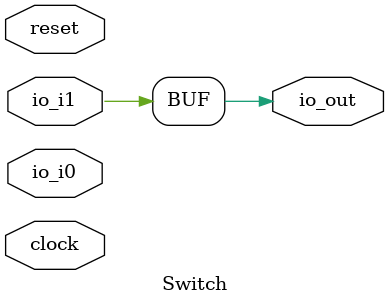
<source format=v>
module Switch( // @[:@3.2]
  input        clock, // @[:@4.4]
  input        reset, // @[:@5.4]
  input  [1:0] io_i0, // @[:@6.4]
  input        io_i1, // @[:@6.4]
  output       io_out // @[:@6.4]
);
  assign io_out = io_i1; // @[Switch.scala 30:10:@40.4]
endmodule

</source>
